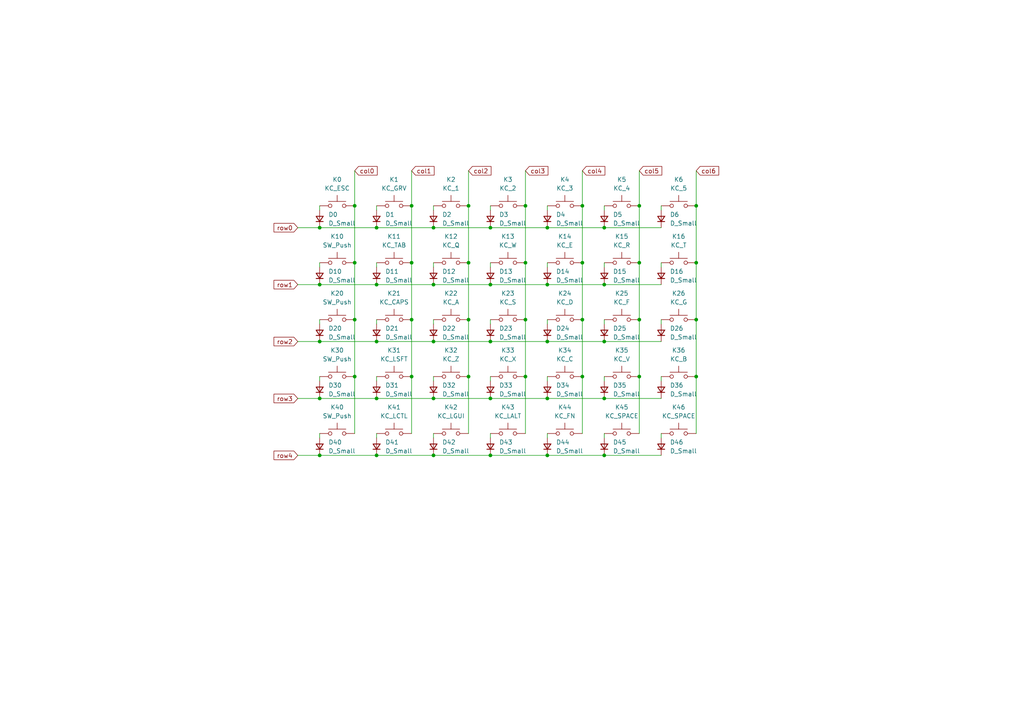
<source format=kicad_sch>
(kicad_sch (version 20211123) (generator eeschema)
  (paper "A4")
  (lib_symbols
    (symbol "Device:D_Small" (pin_numbers hide) (pin_names (offset 0.254) hide)
      (property "Reference" "D" (at -1.27 2.032 0))
      (property "Value" "D_Small" (at -3.81 -2.032 0))
      (symbol "D_Small_0_1"
        (polyline (pts (xy -0.762 -1.016) (xy -0.762 1.016)) (stroke (width 0.254)))
        (polyline (pts (xy -0.762 0) (xy 0.762 0)))
        (polyline (pts (xy 0.762 -1.016) (xy -0.762 0) (xy 0.762 1.016) (xy 0.762 -1.016)) (stroke (width 0.254)))
      )
      (symbol "D_Small_1_1"
        (pin passive line (at -2.54 0 0) (length 1.778) (name "K") (number "1"))
        (pin passive line (at 2.54 0 180) (length 1.778) (name "A") (number "2"))
      )
    )
    (symbol "Switch:SW_Push" (pin_numbers hide) (pin_names (offset 1.016) hide)
      (property "Reference" "SW" (at 1.27 2.54 0))
      (property "Value" "SW_Push" (at 0 -1.524 0))
      (symbol "SW_Push_0_1"
        (circle (center -2.032 0) (radius 0.508))
        (polyline (pts (xy 0 1.27) (xy 0 3.048)))
        (polyline (pts (xy 2.54 1.27) (xy -2.54 1.27)))
        (circle (center 2.032 0) (radius 0.508))
        (pin passive line (at -5.08 0 0) (length 2.54) (name "1") (number "1"))
        (pin passive line (at 5.08 0 180) (length 2.54) (name "2") (number "2"))
      )
    )
  )
  (junction (at 201.93 109.22))
  (junction (at 135.89 59.69))
  (junction (at 158.75 115.57))
  (junction (at 175.26 66.04))
  (junction (at 152.4 92.71))
  (junction (at 135.89 109.22))
  (junction (at 119.38 109.22))
  (junction (at 92.71 99.06))
  (junction (at 142.24 132.08))
  (junction (at 135.89 76.2))
  (junction (at 185.42 109.22))
  (junction (at 119.38 92.71))
  (junction (at 119.38 59.69))
  (junction (at 175.26 99.06))
  (junction (at 135.89 92.71))
  (junction (at 109.22 66.04))
  (junction (at 152.4 59.69))
  (junction (at 119.38 76.2))
  (junction (at 92.71 115.57))
  (junction (at 201.93 76.2))
  (junction (at 102.87 59.69))
  (junction (at 102.87 109.22))
  (junction (at 175.26 132.08))
  (junction (at 125.73 82.55))
  (junction (at 142.24 115.57))
  (junction (at 168.91 109.22))
  (junction (at 109.22 115.57))
  (junction (at 92.71 82.55))
  (junction (at 168.91 59.69))
  (junction (at 102.87 76.2))
  (junction (at 185.42 59.69))
  (junction (at 158.75 99.06))
  (junction (at 142.24 66.04))
  (junction (at 152.4 109.22))
  (junction (at 175.26 115.57))
  (junction (at 158.75 66.04))
  (junction (at 185.42 76.2))
  (junction (at 185.42 92.71))
  (junction (at 201.93 92.71))
  (junction (at 92.71 132.08))
  (junction (at 125.73 132.08))
  (junction (at 102.87 92.71))
  (junction (at 109.22 99.06))
  (junction (at 158.75 82.55))
  (junction (at 125.73 115.57))
  (junction (at 152.4 76.2))
  (junction (at 125.73 99.06))
  (junction (at 168.91 92.71))
  (junction (at 175.26 82.55))
  (junction (at 142.24 99.06))
  (junction (at 201.93 59.69))
  (junction (at 168.91 76.2))
  (junction (at 109.22 132.08))
  (junction (at 142.24 82.55))
  (junction (at 125.73 66.04))
  (junction (at 92.71 66.04))
  (junction (at 158.75 132.08))
  (junction (at 109.22 82.55))
  (wire (pts (xy 109.22 76.2) (xy 109.22 77.47)))
  (wire (pts (xy 175.26 132.08) (xy 191.77 132.08)))
  (wire (pts (xy 185.42 92.71) (xy 185.42 109.22)))
  (wire (pts (xy 142.24 59.69) (xy 142.24 60.96)))
  (wire (pts (xy 119.38 49.53) (xy 119.38 59.69)))
  (wire (pts (xy 158.75 92.71) (xy 158.75 93.98)))
  (wire (pts (xy 142.24 115.57) (xy 158.75 115.57)))
  (wire (pts (xy 201.93 92.71) (xy 201.93 109.22)))
  (wire (pts (xy 191.77 76.2) (xy 191.77 77.47)))
  (wire (pts (xy 175.26 115.57) (xy 191.77 115.57)))
  (wire (pts (xy 135.89 109.22) (xy 135.89 125.73)))
  (wire (pts (xy 185.42 49.53) (xy 185.42 59.69)))
  (wire (pts (xy 92.71 76.2) (xy 92.71 77.47)))
  (wire (pts (xy 152.4 109.22) (xy 152.4 125.73)))
  (wire (pts (xy 125.73 66.04) (xy 142.24 66.04)))
  (wire (pts (xy 158.75 99.06) (xy 175.26 99.06)))
  (wire (pts (xy 185.42 76.2) (xy 185.42 92.71)))
  (wire (pts (xy 191.77 92.71) (xy 191.77 93.98)))
  (wire (pts (xy 102.87 92.71) (xy 102.87 109.22)))
  (wire (pts (xy 175.26 76.2) (xy 175.26 77.47)))
  (wire (pts (xy 119.38 92.71) (xy 119.38 109.22)))
  (wire (pts (xy 109.22 92.71) (xy 109.22 93.98)))
  (wire (pts (xy 119.38 59.69) (xy 119.38 76.2)))
  (wire (pts (xy 119.38 76.2) (xy 119.38 92.71)))
  (wire (pts (xy 125.73 115.57) (xy 142.24 115.57)))
  (wire (pts (xy 92.71 59.69) (xy 92.71 60.96)))
  (wire (pts (xy 185.42 59.69) (xy 185.42 76.2)))
  (wire (pts (xy 158.75 76.2) (xy 158.75 77.47)))
  (wire (pts (xy 175.26 59.69) (xy 175.26 60.96)))
  (wire (pts (xy 201.93 59.69) (xy 201.93 76.2)))
  (wire (pts (xy 168.91 92.71) (xy 168.91 109.22)))
  (wire (pts (xy 142.24 92.71) (xy 142.24 93.98)))
  (wire (pts (xy 86.36 115.57) (xy 92.71 115.57)))
  (wire (pts (xy 109.22 66.04) (xy 125.73 66.04)))
  (wire (pts (xy 142.24 76.2) (xy 142.24 77.47)))
  (wire (pts (xy 152.4 92.71) (xy 152.4 109.22)))
  (wire (pts (xy 142.24 109.22) (xy 142.24 110.49)))
  (wire (pts (xy 142.24 125.73) (xy 142.24 127)))
  (wire (pts (xy 201.93 109.22) (xy 201.93 125.73)))
  (wire (pts (xy 125.73 92.71) (xy 125.73 93.98)))
  (wire (pts (xy 92.71 82.55) (xy 109.22 82.55)))
  (wire (pts (xy 158.75 109.22) (xy 158.75 110.49)))
  (wire (pts (xy 158.75 66.04) (xy 175.26 66.04)))
  (wire (pts (xy 92.71 99.06) (xy 109.22 99.06)))
  (wire (pts (xy 175.26 99.06) (xy 191.77 99.06)))
  (wire (pts (xy 102.87 109.22) (xy 102.87 125.73)))
  (wire (pts (xy 86.36 99.06) (xy 92.71 99.06)))
  (wire (pts (xy 142.24 132.08) (xy 158.75 132.08)))
  (wire (pts (xy 175.26 109.22) (xy 175.26 110.49)))
  (wire (pts (xy 86.36 82.55) (xy 92.71 82.55)))
  (wire (pts (xy 125.73 125.73) (xy 125.73 127)))
  (wire (pts (xy 109.22 82.55) (xy 125.73 82.55)))
  (wire (pts (xy 109.22 59.69) (xy 109.22 60.96)))
  (wire (pts (xy 109.22 99.06) (xy 125.73 99.06)))
  (wire (pts (xy 125.73 109.22) (xy 125.73 110.49)))
  (wire (pts (xy 191.77 59.69) (xy 191.77 60.96)))
  (wire (pts (xy 185.42 109.22) (xy 185.42 125.73)))
  (wire (pts (xy 175.26 66.04) (xy 191.77 66.04)))
  (wire (pts (xy 125.73 99.06) (xy 142.24 99.06)))
  (wire (pts (xy 158.75 132.08) (xy 175.26 132.08)))
  (wire (pts (xy 168.91 76.2) (xy 168.91 92.71)))
  (wire (pts (xy 142.24 82.55) (xy 158.75 82.55)))
  (wire (pts (xy 102.87 76.2) (xy 102.87 92.71)))
  (wire (pts (xy 175.26 125.73) (xy 175.26 127)))
  (wire (pts (xy 142.24 99.06) (xy 158.75 99.06)))
  (wire (pts (xy 135.89 92.71) (xy 135.89 109.22)))
  (wire (pts (xy 109.22 109.22) (xy 109.22 110.49)))
  (wire (pts (xy 135.89 76.2) (xy 135.89 92.71)))
  (wire (pts (xy 92.71 125.73) (xy 92.71 127)))
  (wire (pts (xy 191.77 125.73) (xy 191.77 127)))
  (wire (pts (xy 92.71 66.04) (xy 109.22 66.04)))
  (wire (pts (xy 152.4 59.69) (xy 152.4 76.2)))
  (wire (pts (xy 135.89 49.53) (xy 135.89 59.69)))
  (wire (pts (xy 109.22 115.57) (xy 125.73 115.57)))
  (wire (pts (xy 201.93 76.2) (xy 201.93 92.71)))
  (wire (pts (xy 109.22 132.08) (xy 125.73 132.08)))
  (wire (pts (xy 92.71 92.71) (xy 92.71 93.98)))
  (wire (pts (xy 119.38 109.22) (xy 119.38 125.73)))
  (wire (pts (xy 158.75 125.73) (xy 158.75 127)))
  (wire (pts (xy 142.24 66.04) (xy 158.75 66.04)))
  (wire (pts (xy 152.4 49.53) (xy 152.4 59.69)))
  (wire (pts (xy 86.36 132.08) (xy 92.71 132.08)))
  (wire (pts (xy 125.73 59.69) (xy 125.73 60.96)))
  (wire (pts (xy 102.87 59.69) (xy 102.87 76.2)))
  (wire (pts (xy 135.89 59.69) (xy 135.89 76.2)))
  (wire (pts (xy 152.4 76.2) (xy 152.4 92.71)))
  (wire (pts (xy 168.91 59.69) (xy 168.91 76.2)))
  (wire (pts (xy 168.91 49.53) (xy 168.91 59.69)))
  (wire (pts (xy 109.22 125.73) (xy 109.22 127)))
  (wire (pts (xy 92.71 132.08) (xy 109.22 132.08)))
  (wire (pts (xy 92.71 115.57) (xy 109.22 115.57)))
  (wire (pts (xy 125.73 132.08) (xy 142.24 132.08)))
  (wire (pts (xy 158.75 115.57) (xy 175.26 115.57)))
  (wire (pts (xy 201.93 49.53) (xy 201.93 59.69)))
  (wire (pts (xy 175.26 82.55) (xy 191.77 82.55)))
  (wire (pts (xy 125.73 76.2) (xy 125.73 77.47)))
  (wire (pts (xy 158.75 59.69) (xy 158.75 60.96)))
  (wire (pts (xy 191.77 109.22) (xy 191.77 110.49)))
  (wire (pts (xy 158.75 82.55) (xy 175.26 82.55)))
  (wire (pts (xy 168.91 109.22) (xy 168.91 125.73)))
  (wire (pts (xy 102.87 49.53) (xy 102.87 59.69)))
  (wire (pts (xy 86.36 66.04) (xy 92.71 66.04)))
  (wire (pts (xy 125.73 82.55) (xy 142.24 82.55)))
  (wire (pts (xy 175.26 92.71) (xy 175.26 93.98)))
  (wire (pts (xy 92.71 109.22) (xy 92.71 110.49)))
  (global_label "col2" (shape input) (at 135.89 49.53 0) (property "Intersheet References" "${INTERSHEET_REFS}" (effects hide)))
  (global_label "row1" (shape input) (at 86.36 82.55 180) (property "Intersheet References" "${INTERSHEET_REFS}" (effects hide)))
  (global_label "col1" (shape input) (at 119.38 49.53 0) (property "Intersheet References" "${INTERSHEET_REFS}" (effects hide)))
  (global_label "row3" (shape input) (at 86.36 115.57 180) (property "Intersheet References" "${INTERSHEET_REFS}" (effects hide)))
  (global_label "col0" (shape input) (at 102.87 49.53 0) (property "Intersheet References" "${INTERSHEET_REFS}" (effects hide)))
  (global_label "col3" (shape input) (at 152.4 49.53 0) (property "Intersheet References" "${INTERSHEET_REFS}" (effects hide)))
  (global_label "row2" (shape input) (at 86.36 99.06 180) (property "Intersheet References" "${INTERSHEET_REFS}" (effects hide)))
  (global_label "row0" (shape input) (at 86.36 66.04 180) (property "Intersheet References" "${INTERSHEET_REFS}" (effects hide)))
  (global_label "col4" (shape input) (at 168.91 49.53 0) (property "Intersheet References" "${INTERSHEET_REFS}" (effects hide)))
  (global_label "row4" (shape input) (at 86.36 132.08 180) (property "Intersheet References" "${INTERSHEET_REFS}" (effects hide)))
  (global_label "col6" (shape input) (at 201.93 49.53 0) (property "Intersheet References" "${INTERSHEET_REFS}" (effects hide)))
  (global_label "col5" (shape input) (at 185.42 49.53 0) (property "Intersheet References" "${INTERSHEET_REFS}" (effects hide)))
  (symbol (lib_id "Switch:SW_Push") (at 180.34 76.2 0) (unit 1)
    (property "Reference" "K15" (at 180.34 68.58 0))
    (property "Value" "KC_R" (at 180.34 71.12 0))
    (property "Footprint" "Switch_Keyboard_Hotswap_Kailh:SW_Hotswap_Kailh_Choc_V1V2_1.00u" (effects hide))
  )
  (symbol (lib_id "Device:D_Small") (at 158.75 96.52 90) (unit 1)
    (property "Reference" "D24" (at 161.29 95.2499 90) (effects (justify right)))
    (property "Value" "D_Small" (at 161.29 97.7899 90) (effects (justify right)))
    (property "Footprint" "Diode_SMD:D_SOD-123" (effects hide))
  )
  (symbol (lib_id "Device:D_Small") (at 109.22 129.54 90) (unit 1)
    (property "Reference" "D41" (at 111.76 128.2699 90) (effects (justify right)))
    (property "Value" "D_Small" (at 111.76 130.8099 90) (effects (justify right)))
    (property "Footprint" "Diode_SMD:D_SOD-123" (effects hide))
  )
  (symbol (lib_id "Switch:SW_Push") (at 196.85 59.69 0) (unit 1)
    (property "Reference" "K6" (at 196.85 52.07 0))
    (property "Value" "KC_5" (at 196.85 54.61 0))
    (property "Footprint" "Switch_Keyboard_Hotswap_Kailh:SW_Hotswap_Kailh_Choc_V1V2_1.00u" (effects hide))
  )
  (symbol (lib_id "Device:D_Small") (at 191.77 96.52 90) (unit 1)
    (property "Reference" "D26" (at 194.31 95.2499 90) (effects (justify right)))
    (property "Value" "D_Small" (at 194.31 97.7899 90) (effects (justify right)))
    (property "Footprint" "Diode_SMD:D_SOD-123" (effects hide))
  )
  (symbol (lib_id "Device:D_Small") (at 125.73 96.52 90) (unit 1)
    (property "Reference" "D22" (at 128.27 95.2499 90) (effects (justify right)))
    (property "Value" "D_Small" (at 128.27 97.7899 90) (effects (justify right)))
    (property "Footprint" "Diode_SMD:D_SOD-123" (effects hide))
  )
  (symbol (lib_id "Switch:SW_Push") (at 147.32 76.2 0) (unit 1)
    (property "Reference" "K13" (at 147.32 68.58 0))
    (property "Value" "KC_W" (at 147.32 71.12 0))
    (property "Footprint" "Switch_Keyboard_Hotswap_Kailh:SW_Hotswap_Kailh_Choc_V1V2_1.00u" (effects hide))
  )
  (symbol (lib_id "Switch:SW_Push") (at 97.79 109.22 0) (unit 1)
    (property "Reference" "K30" (at 97.79 101.6 0))
    (property "Value" "SW_Push" (at 97.79 104.14 0))
    (property "Footprint" "Switch_Keyboard_Hotswap_Kailh:SW_Hotswap_Kailh_Choc_V1V2_1.00u" (effects hide))
  )
  (symbol (lib_id "Switch:SW_Push") (at 97.79 125.73 0) (unit 1)
    (property "Reference" "K40" (at 97.79 118.11 0))
    (property "Value" "SW_Push" (at 97.79 120.65 0))
    (property "Footprint" "Switch_Keyboard_Hotswap_Kailh:SW_Hotswap_Kailh_Choc_V1V2_1.00u" (effects hide))
  )
  (symbol (lib_id "Device:D_Small") (at 158.75 63.5 90) (unit 1)
    (property "Reference" "D4" (at 161.29 62.2299 90) (effects (justify right)))
    (property "Value" "D_Small" (at 161.29 64.7699 90) (effects (justify right)))
    (property "Footprint" "Diode_SMD:D_SOD-123" (effects hide))
  )
  (symbol (lib_id "Switch:SW_Push") (at 130.81 125.73 0) (unit 1)
    (property "Reference" "K42" (at 130.81 118.11 0))
    (property "Value" "KC_LGUI" (at 130.81 120.65 0))
    (property "Footprint" "Switch_Keyboard_Hotswap_Kailh:SW_Hotswap_Kailh_Choc_V1V2_1.00u" (effects hide))
  )
  (symbol (lib_id "Device:D_Small") (at 175.26 80.01 90) (unit 1)
    (property "Reference" "D15" (at 177.8 78.7399 90) (effects (justify right)))
    (property "Value" "D_Small" (at 177.8 81.2799 90) (effects (justify right)))
    (property "Footprint" "Diode_SMD:D_SOD-123" (effects hide))
  )
  (symbol (lib_id "Device:D_Small") (at 175.26 96.52 90) (unit 1)
    (property "Reference" "D25" (at 177.8 95.2499 90) (effects (justify right)))
    (property "Value" "D_Small" (at 177.8 97.7899 90) (effects (justify right)))
    (property "Footprint" "Diode_SMD:D_SOD-123" (effects hide))
  )
  (symbol (lib_id "Switch:SW_Push") (at 130.81 109.22 0) (unit 1)
    (property "Reference" "K32" (at 130.81 101.6 0))
    (property "Value" "KC_Z" (at 130.81 104.14 0))
    (property "Footprint" "Switch_Keyboard_Hotswap_Kailh:SW_Hotswap_Kailh_Choc_V1V2_1.00u" (effects hide))
  )
  (symbol (lib_id "Switch:SW_Push") (at 114.3 59.69 0) (unit 1)
    (property "Reference" "K1" (at 114.3 52.07 0))
    (property "Value" "KC_GRV" (at 114.3 54.61 0))
    (property "Footprint" "Switch_Keyboard_Hotswap_Kailh:SW_Hotswap_Kailh_Choc_V1V2_1.00u" (effects hide))
  )
  (symbol (lib_id "Device:D_Small") (at 142.24 113.03 90) (unit 1)
    (property "Reference" "D33" (at 144.78 111.7599 90) (effects (justify right)))
    (property "Value" "D_Small" (at 144.78 114.2999 90) (effects (justify right)))
    (property "Footprint" "Diode_SMD:D_SOD-123" (effects hide))
  )
  (symbol (lib_id "Device:D_Small") (at 109.22 63.5 90) (unit 1)
    (property "Reference" "D1" (at 111.76 62.2299 90) (effects (justify right)))
    (property "Value" "D_Small" (at 111.76 64.7699 90) (effects (justify right)))
    (property "Footprint" "Diode_SMD:D_SOD-123" (effects hide))
  )
  (symbol (lib_id "Device:D_Small") (at 191.77 113.03 90) (unit 1)
    (property "Reference" "D36" (at 194.31 111.7599 90) (effects (justify right)))
    (property "Value" "D_Small" (at 194.31 114.2999 90) (effects (justify right)))
    (property "Footprint" "Diode_SMD:D_SOD-123" (effects hide))
  )
  (symbol (lib_id "Device:D_Small") (at 158.75 113.03 90) (unit 1)
    (property "Reference" "D34" (at 161.29 111.7599 90) (effects (justify right)))
    (property "Value" "D_Small" (at 161.29 114.2999 90) (effects (justify right)))
    (property "Footprint" "Diode_SMD:D_SOD-123" (effects hide))
  )
  (symbol (lib_id "Device:D_Small") (at 125.73 63.5 90) (unit 1)
    (property "Reference" "D2" (at 128.27 62.2299 90) (effects (justify right)))
    (property "Value" "D_Small" (at 128.27 64.7699 90) (effects (justify right)))
    (property "Footprint" "Diode_SMD:D_SOD-123" (effects hide))
  )
  (symbol (lib_id "Switch:SW_Push") (at 114.3 92.71 0) (unit 1)
    (property "Reference" "K21" (at 114.3 85.09 0))
    (property "Value" "KC_CAPS" (at 114.3 87.63 0))
    (property "Footprint" "Switch_Keyboard_Hotswap_Kailh:SW_Hotswap_Kailh_Choc_V1V2_1.00u" (effects hide))
  )
  (symbol (lib_id "Device:D_Small") (at 142.24 129.54 90) (unit 1)
    (property "Reference" "D43" (at 144.78 128.2699 90) (effects (justify right)))
    (property "Value" "D_Small" (at 144.78 130.8099 90) (effects (justify right)))
    (property "Footprint" "Diode_SMD:D_SOD-123" (effects hide))
  )
  (symbol (lib_id "Switch:SW_Push") (at 196.85 109.22 0) (unit 1)
    (property "Reference" "K36" (at 196.85 101.6 0))
    (property "Value" "KC_B" (at 196.85 104.14 0))
    (property "Footprint" "Switch_Keyboard_Hotswap_Kailh:SW_Hotswap_Kailh_Choc_V1V2_1.00u" (effects hide))
  )
  (symbol (lib_id "Switch:SW_Push") (at 147.32 59.69 0) (unit 1)
    (property "Reference" "K3" (at 147.32 52.07 0))
    (property "Value" "KC_2" (at 147.32 54.61 0))
    (property "Footprint" "Switch_Keyboard_Hotswap_Kailh:SW_Hotswap_Kailh_Choc_V1V2_1.00u" (effects hide))
  )
  (symbol (lib_id "Device:D_Small") (at 158.75 80.01 90) (unit 1)
    (property "Reference" "D14" (at 161.29 78.7399 90) (effects (justify right)))
    (property "Value" "D_Small" (at 161.29 81.2799 90) (effects (justify right)))
    (property "Footprint" "Diode_SMD:D_SOD-123" (effects hide))
  )
  (symbol (lib_id "Device:D_Small") (at 191.77 80.01 90) (unit 1)
    (property "Reference" "D16" (at 194.31 78.7399 90) (effects (justify right)))
    (property "Value" "D_Small" (at 194.31 81.2799 90) (effects (justify right)))
    (property "Footprint" "Diode_SMD:D_SOD-123" (effects hide))
  )
  (symbol (lib_id "Device:D_Small") (at 142.24 96.52 90) (unit 1)
    (property "Reference" "D23" (at 144.78 95.2499 90) (effects (justify right)))
    (property "Value" "D_Small" (at 144.78 97.7899 90) (effects (justify right)))
    (property "Footprint" "Diode_SMD:D_SOD-123" (effects hide))
  )
  (symbol (lib_id "Switch:SW_Push") (at 147.32 92.71 0) (unit 1)
    (property "Reference" "K23" (at 147.32 85.09 0))
    (property "Value" "KC_S" (at 147.32 87.63 0))
    (property "Footprint" "Switch_Keyboard_Hotswap_Kailh:SW_Hotswap_Kailh_Choc_V1V2_1.00u" (effects hide))
  )
  (symbol (lib_id "Switch:SW_Push") (at 130.81 76.2 0) (unit 1)
    (property "Reference" "K12" (at 130.81 68.58 0))
    (property "Value" "KC_Q" (at 130.81 71.12 0))
    (property "Footprint" "Switch_Keyboard_Hotswap_Kailh:SW_Hotswap_Kailh_Choc_V1V2_1.00u" (effects hide))
  )
  (symbol (lib_id "Switch:SW_Push") (at 114.3 109.22 0) (unit 1)
    (property "Reference" "K31" (at 114.3 101.6 0))
    (property "Value" "KC_LSFT" (at 114.3 104.14 0))
    (property "Footprint" "Switch_Keyboard_Hotswap_Kailh:SW_Hotswap_Kailh_Choc_V1V2_1.00u" (effects hide))
  )
  (symbol (lib_id "Device:D_Small") (at 92.71 63.5 90) (unit 1)
    (property "Reference" "D0" (at 95.25 62.2299 90) (effects (justify right)))
    (property "Value" "D_Small" (at 95.25 64.7699 90) (effects (justify right)))
    (property "Footprint" "Diode_SMD:D_SOD-123" (effects hide))
  )
  (symbol (lib_id "Device:D_Small") (at 191.77 129.54 90) (unit 1)
    (property "Reference" "D46" (at 194.31 128.2699 90) (effects (justify right)))
    (property "Value" "D_Small" (at 194.31 130.8099 90) (effects (justify right)))
    (property "Footprint" "Diode_SMD:D_SOD-123" (effects hide))
  )
  (symbol (lib_id "Device:D_Small") (at 125.73 113.03 90) (unit 1)
    (property "Reference" "D32" (at 128.27 111.7599 90) (effects (justify right)))
    (property "Value" "D_Small" (at 128.27 114.2999 90) (effects (justify right)))
    (property "Footprint" "Diode_SMD:D_SOD-123" (effects hide))
  )
  (symbol (lib_id "Switch:SW_Push") (at 196.85 92.71 0) (unit 1)
    (property "Reference" "K26" (at 196.85 85.09 0))
    (property "Value" "KC_G" (at 196.85 87.63 0))
    (property "Footprint" "Switch_Keyboard_Hotswap_Kailh:SW_Hotswap_Kailh_Choc_V1V2_1.00u" (effects hide))
  )
  (symbol (lib_id "Device:D_Small") (at 125.73 80.01 90) (unit 1)
    (property "Reference" "D12" (at 128.27 78.7399 90) (effects (justify right)))
    (property "Value" "D_Small" (at 128.27 81.2799 90) (effects (justify right)))
    (property "Footprint" "Diode_SMD:D_SOD-123" (effects hide))
  )
  (symbol (lib_id "Switch:SW_Push") (at 147.32 125.73 0) (unit 1)
    (property "Reference" "K43" (at 147.32 118.11 0))
    (property "Value" "KC_LALT" (at 147.32 120.65 0))
    (property "Footprint" "Switch_Keyboard_Hotswap_Kailh:SW_Hotswap_Kailh_Choc_V1V2_1.00u" (effects hide))
  )
  (symbol (lib_id "Device:D_Small") (at 158.75 129.54 90) (unit 1)
    (property "Reference" "D44" (at 161.29 128.2699 90) (effects (justify right)))
    (property "Value" "D_Small" (at 161.29 130.8099 90) (effects (justify right)))
    (property "Footprint" "Diode_SMD:D_SOD-123" (effects hide))
  )
  (symbol (lib_id "Switch:SW_Push") (at 147.32 109.22 0) (unit 1)
    (property "Reference" "K33" (at 147.32 101.6 0))
    (property "Value" "KC_X" (at 147.32 104.14 0))
    (property "Footprint" "Switch_Keyboard_Hotswap_Kailh:SW_Hotswap_Kailh_Choc_V1V2_1.00u" (effects hide))
  )
  (symbol (lib_id "Switch:SW_Push") (at 163.83 92.71 0) (unit 1)
    (property "Reference" "K24" (at 163.83 85.09 0))
    (property "Value" "KC_D" (at 163.83 87.63 0))
    (property "Footprint" "Switch_Keyboard_Hotswap_Kailh:SW_Hotswap_Kailh_Choc_V1V2_1.00u" (effects hide))
  )
  (symbol (lib_id "Device:D_Small") (at 109.22 80.01 90) (unit 1)
    (property "Reference" "D11" (at 111.76 78.7399 90) (effects (justify right)))
    (property "Value" "D_Small" (at 111.76 81.2799 90) (effects (justify right)))
    (property "Footprint" "Diode_SMD:D_SOD-123" (effects hide))
  )
  (symbol (lib_id "Switch:SW_Push") (at 97.79 92.71 0) (unit 1)
    (property "Reference" "K20" (at 97.79 85.09 0))
    (property "Value" "SW_Push" (at 97.79 87.63 0))
    (property "Footprint" "Switch_Keyboard_Hotswap_Kailh:SW_Hotswap_Kailh_Choc_V1V2_1.00u" (effects hide))
  )
  (symbol (lib_id "Switch:SW_Push") (at 180.34 125.73 0) (unit 1)
    (property "Reference" "K45" (at 180.34 118.11 0))
    (property "Value" "KC_SPACE" (at 180.34 120.65 0))
    (property "Footprint" "Switch_Keyboard_Hotswap_Kailh:SW_Hotswap_Kailh_Choc_V1V2_1.00u" (effects hide))
  )
  (symbol (lib_id "Device:D_Small") (at 175.26 63.5 90) (unit 1)
    (property "Reference" "D5" (at 177.8 62.2299 90) (effects (justify right)))
    (property "Value" "D_Small" (at 177.8 64.7699 90) (effects (justify right)))
    (property "Footprint" "Diode_SMD:D_SOD-123" (effects hide))
  )
  (symbol (lib_id "Device:D_Small") (at 92.71 113.03 90) (unit 1)
    (property "Reference" "D30" (at 95.25 111.7599 90) (effects (justify right)))
    (property "Value" "D_Small" (at 95.25 114.2999 90) (effects (justify right)))
    (property "Footprint" "Diode_SMD:D_SOD-123" (effects hide))
  )
  (symbol (lib_id "Switch:SW_Push") (at 97.79 59.69 0) (unit 1)
    (property "Reference" "K0" (at 97.79 52.07 0))
    (property "Value" "KC_ESC" (at 97.79 54.61 0))
    (property "Footprint" "Switch_Keyboard_Hotswap_Kailh:SW_Hotswap_Kailh_Choc_V1V2_1.00u" (effects hide))
  )
  (symbol (lib_id "Device:D_Small") (at 92.71 80.01 90) (unit 1)
    (property "Reference" "D10" (at 95.25 78.7399 90) (effects (justify right)))
    (property "Value" "D_Small" (at 95.25 81.2799 90) (effects (justify right)))
    (property "Footprint" "Diode_SMD:D_SOD-123" (effects hide))
  )
  (symbol (lib_id "Switch:SW_Push") (at 180.34 59.69 0) (unit 1)
    (property "Reference" "K5" (at 180.34 52.07 0))
    (property "Value" "KC_4" (at 180.34 54.61 0))
    (property "Footprint" "Switch_Keyboard_Hotswap_Kailh:SW_Hotswap_Kailh_Choc_V1V2_1.00u" (effects hide))
  )
  (symbol (lib_id "Device:D_Small") (at 191.77 63.5 90) (unit 1)
    (property "Reference" "D6" (at 194.31 62.2299 90) (effects (justify right)))
    (property "Value" "D_Small" (at 194.31 64.7699 90) (effects (justify right)))
    (property "Footprint" "Diode_SMD:D_SOD-123" (effects hide))
  )
  (symbol (lib_id "Switch:SW_Push") (at 163.83 59.69 0) (unit 1)
    (property "Reference" "K4" (at 163.83 52.07 0))
    (property "Value" "KC_3" (at 163.83 54.61 0))
    (property "Footprint" "Switch_Keyboard_Hotswap_Kailh:SW_Hotswap_Kailh_Choc_V1V2_1.00u" (effects hide))
  )
  (symbol (lib_id "Device:D_Small") (at 109.22 96.52 90) (unit 1)
    (property "Reference" "D21" (at 111.76 95.2499 90) (effects (justify right)))
    (property "Value" "D_Small" (at 111.76 97.7899 90) (effects (justify right)))
    (property "Footprint" "Diode_SMD:D_SOD-123" (effects hide))
  )
  (symbol (lib_id "Switch:SW_Push") (at 114.3 125.73 0) (unit 1)
    (property "Reference" "K41" (at 114.3 118.11 0))
    (property "Value" "KC_LCTL" (at 114.3 120.65 0))
    (property "Footprint" "Switch_Keyboard_Hotswap_Kailh:SW_Hotswap_Kailh_Choc_V1V2_1.00u" (effects hide))
  )
  (symbol (lib_id "Switch:SW_Push") (at 163.83 109.22 0) (unit 1)
    (property "Reference" "K34" (at 163.83 101.6 0))
    (property "Value" "KC_C" (at 163.83 104.14 0))
    (property "Footprint" "Switch_Keyboard_Hotswap_Kailh:SW_Hotswap_Kailh_Choc_V1V2_1.00u" (effects hide))
  )
  (symbol (lib_id "Device:D_Small") (at 142.24 80.01 90) (unit 1)
    (property "Reference" "D13" (at 144.78 78.7399 90) (effects (justify right)))
    (property "Value" "D_Small" (at 144.78 81.2799 90) (effects (justify right)))
    (property "Footprint" "Diode_SMD:D_SOD-123" (effects hide))
  )
  (symbol (lib_id "Switch:SW_Push") (at 130.81 59.69 0) (unit 1)
    (property "Reference" "K2" (at 130.81 52.07 0))
    (property "Value" "KC_1" (at 130.81 54.61 0))
    (property "Footprint" "Switch_Keyboard_Hotswap_Kailh:SW_Hotswap_Kailh_Choc_V1V2_1.00u" (effects hide))
  )
  (symbol (lib_id "Switch:SW_Push") (at 180.34 92.71 0) (unit 1)
    (property "Reference" "K25" (at 180.34 85.09 0))
    (property "Value" "KC_F" (at 180.34 87.63 0))
    (property "Footprint" "Switch_Keyboard_Hotswap_Kailh:SW_Hotswap_Kailh_Choc_V1V2_1.00u" (effects hide))
  )
  (symbol (lib_id "Switch:SW_Push") (at 97.79 76.2 0) (unit 1)
    (property "Reference" "K10" (at 97.79 68.58 0))
    (property "Value" "SW_Push" (at 97.79 71.12 0))
    (property "Footprint" "Switch_Keyboard_Hotswap_Kailh:SW_Hotswap_Kailh_Choc_V1V2_1.00u" (effects hide))
  )
  (symbol (lib_id "Switch:SW_Push") (at 163.83 125.73 0) (unit 1)
    (property "Reference" "K44" (at 163.83 118.11 0))
    (property "Value" "KC_FN" (at 163.83 120.65 0))
    (property "Footprint" "Switch_Keyboard_Hotswap_Kailh:SW_Hotswap_Kailh_Choc_V1V2_1.00u" (effects hide))
  )
  (symbol (lib_id "Switch:SW_Push") (at 114.3 76.2 0) (unit 1)
    (property "Reference" "K11" (at 114.3 68.58 0))
    (property "Value" "KC_TAB" (at 114.3 71.12 0))
    (property "Footprint" "Switch_Keyboard_Hotswap_Kailh:SW_Hotswap_Kailh_Choc_V1V2_1.00u" (effects hide))
  )
  (symbol (lib_id "Device:D_Small") (at 175.26 129.54 90) (unit 1)
    (property "Reference" "D45" (at 177.8 128.2699 90) (effects (justify right)))
    (property "Value" "D_Small" (at 177.8 130.8099 90) (effects (justify right)))
    (property "Footprint" "Diode_SMD:D_SOD-123" (effects hide))
  )
  (symbol (lib_id "Device:D_Small") (at 92.71 129.54 90) (unit 1)
    (property "Reference" "D40" (at 95.25 128.2699 90) (effects (justify right)))
    (property "Value" "D_Small" (at 95.25 130.8099 90) (effects (justify right)))
    (property "Footprint" "Diode_SMD:D_SOD-123" (effects hide))
  )
  (symbol (lib_id "Switch:SW_Push") (at 130.81 92.71 0) (unit 1)
    (property "Reference" "K22" (at 130.81 85.09 0))
    (property "Value" "KC_A" (at 130.81 87.63 0))
    (property "Footprint" "Switch_Keyboard_Hotswap_Kailh:SW_Hotswap_Kailh_Choc_V1V2_1.00u" (effects hide))
  )
  (symbol (lib_id "Device:D_Small") (at 175.26 113.03 90) (unit 1)
    (property "Reference" "D35" (at 177.8 111.7599 90) (effects (justify right)))
    (property "Value" "D_Small" (at 177.8 114.2999 90) (effects (justify right)))
    (property "Footprint" "Diode_SMD:D_SOD-123" (effects hide))
  )
  (symbol (lib_id "Device:D_Small") (at 142.24 63.5 90) (unit 1)
    (property "Reference" "D3" (at 144.78 62.2299 90) (effects (justify right)))
    (property "Value" "D_Small" (at 144.78 64.7699 90) (effects (justify right)))
    (property "Footprint" "Diode_SMD:D_SOD-123" (effects hide))
  )
  (symbol (lib_id "Device:D_Small") (at 92.71 96.52 90) (unit 1)
    (property "Reference" "D20" (at 95.25 95.2499 90) (effects (justify right)))
    (property "Value" "D_Small" (at 95.25 97.7899 90) (effects (justify right)))
    (property "Footprint" "Diode_SMD:D_SOD-123" (effects hide))
  )
  (symbol (lib_id "Switch:SW_Push") (at 180.34 109.22 0) (unit 1)
    (property "Reference" "K35" (at 180.34 101.6 0))
    (property "Value" "KC_V" (at 180.34 104.14 0))
    (property "Footprint" "Switch_Keyboard_Hotswap_Kailh:SW_Hotswap_Kailh_Choc_V1V2_1.00u" (effects hide))
  )
  (symbol (lib_id "Switch:SW_Push") (at 196.85 76.2 0) (unit 1)
    (property "Reference" "K16" (at 196.85 68.58 0))
    (property "Value" "KC_T" (at 196.85 71.12 0))
    (property "Footprint" "Switch_Keyboard_Hotswap_Kailh:SW_Hotswap_Kailh_Choc_V1V2_1.00u" (effects hide))
  )
  (symbol (lib_id "Switch:SW_Push") (at 196.85 125.73 0) (unit 1)
    (property "Reference" "K46" (at 196.85 118.11 0))
    (property "Value" "KC_SPACE" (at 196.85 120.65 0))
    (property "Footprint" "Switch_Keyboard_Hotswap_Kailh:SW_Hotswap_Kailh_Choc_V1V2_1.00u" (effects hide))
  )
  (symbol (lib_id "Switch:SW_Push") (at 163.83 76.2 0) (unit 1)
    (property "Reference" "K14" (at 163.83 68.58 0))
    (property "Value" "KC_E" (at 163.83 71.12 0))
    (property "Footprint" "Switch_Keyboard_Hotswap_Kailh:SW_Hotswap_Kailh_Choc_V1V2_1.00u" (effects hide))
  )
  (symbol (lib_id "Device:D_Small") (at 125.73 129.54 90) (unit 1)
    (property "Reference" "D42" (at 128.27 128.2699 90) (effects (justify right)))
    (property "Value" "D_Small" (at 128.27 130.8099 90) (effects (justify right)))
    (property "Footprint" "Diode_SMD:D_SOD-123" (effects hide))
  )
  (symbol (lib_id "Device:D_Small") (at 109.22 113.03 90) (unit 1)
    (property "Reference" "D31" (at 111.76 111.7599 90) (effects (justify right)))
    (property "Value" "D_Small" (at 111.76 114.2999 90) (effects (justify right)))
    (property "Footprint" "Diode_SMD:D_SOD-123" (effects hide))
  )
)
</source>
